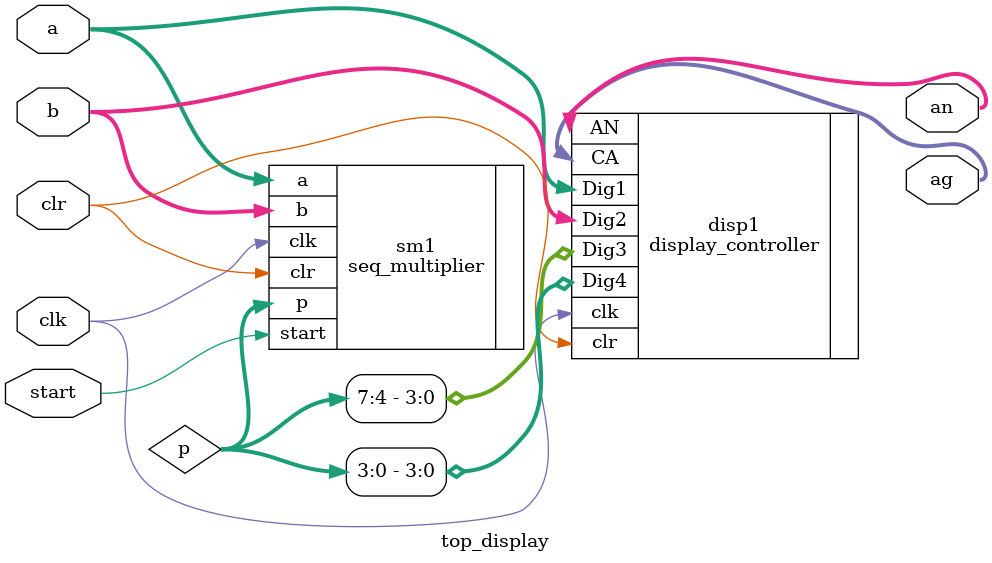
<source format=v>
`timescale 1ns / 1ps


module top_display(
    input clk,
    input clr,
    input [3:0] a,
    input [3:0] b,
    input start,
    output [3:0] an,
    output [6:0] ag
    );
    wire [7:0] p;
    seq_multiplier sm1(.clk(clk),.clr(clr),.start(start),.a(a),.b(b),.p(p));
    display_controller disp1(.clk(clk),.clr(clr),.Dig1(a),.Dig2(b),.Dig3(p[7:4]),.Dig4(p[3:0]),.AN(an),.CA(ag));
    
   
endmodule



</source>
